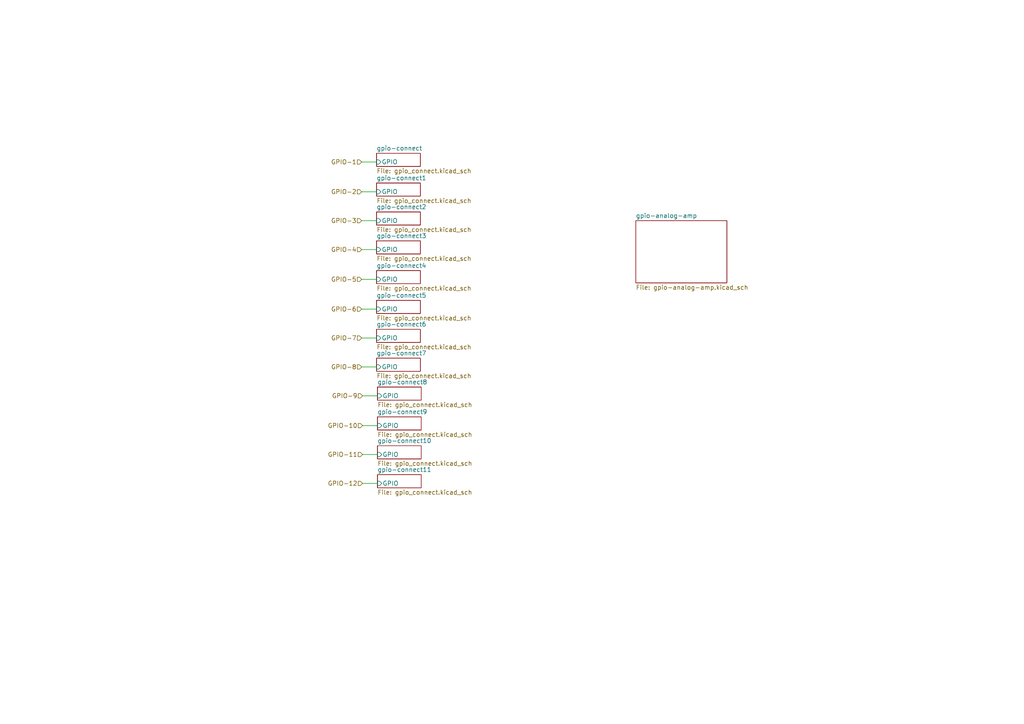
<source format=kicad_sch>
(kicad_sch
	(version 20231120)
	(generator "eeschema")
	(generator_version "8.0")
	(uuid "55a2d832-5b81-4817-8367-93eb1b7af200")
	(paper "A4")
	(lib_symbols)
	(wire
		(pts
			(xy 109.22 46.99) (xy 104.902 46.99)
		)
		(stroke
			(width 0)
			(type default)
		)
		(uuid "04b2658c-e9c4-49ed-9bd2-a17e75123f5f")
	)
	(wire
		(pts
			(xy 109.22 98.044) (xy 104.902 98.044)
		)
		(stroke
			(width 0)
			(type default)
		)
		(uuid "21ac5cfe-f1bd-4703-bf87-a06478290073")
	)
	(wire
		(pts
			(xy 109.22 72.39) (xy 104.902 72.39)
		)
		(stroke
			(width 0)
			(type default)
		)
		(uuid "2c862953-50db-4ff2-a1cd-305b3eeee321")
	)
	(wire
		(pts
			(xy 109.22 89.662) (xy 104.902 89.662)
		)
		(stroke
			(width 0)
			(type default)
		)
		(uuid "367f76d4-d8c6-4948-8327-a90b7fd1e49f")
	)
	(wire
		(pts
			(xy 109.474 114.808) (xy 105.156 114.808)
		)
		(stroke
			(width 0)
			(type default)
		)
		(uuid "47b06063-576e-49c2-880b-57ffc039270f")
	)
	(wire
		(pts
			(xy 109.22 81.026) (xy 104.902 81.026)
		)
		(stroke
			(width 0)
			(type default)
		)
		(uuid "7f55e2f6-a1da-4b09-8325-07b72e862192")
	)
	(wire
		(pts
			(xy 109.22 64.008) (xy 104.902 64.008)
		)
		(stroke
			(width 0)
			(type default)
		)
		(uuid "82f737fb-05cb-4060-804b-88ce9b160e2b")
	)
	(wire
		(pts
			(xy 109.22 106.426) (xy 104.902 106.426)
		)
		(stroke
			(width 0)
			(type default)
		)
		(uuid "c6c43f6d-b058-46bb-ab2f-1a8cd418f268")
	)
	(wire
		(pts
			(xy 109.474 140.208) (xy 105.156 140.208)
		)
		(stroke
			(width 0)
			(type default)
		)
		(uuid "cdc5922b-cad3-4676-b555-4e9568f70982")
	)
	(wire
		(pts
			(xy 109.22 55.626) (xy 104.902 55.626)
		)
		(stroke
			(width 0)
			(type default)
		)
		(uuid "d6ad0153-a12a-4717-90e6-fe789177f680")
	)
	(wire
		(pts
			(xy 109.474 123.444) (xy 105.156 123.444)
		)
		(stroke
			(width 0)
			(type default)
		)
		(uuid "dee35e0f-f170-455c-987c-e367de946f13")
	)
	(wire
		(pts
			(xy 109.474 131.826) (xy 105.156 131.826)
		)
		(stroke
			(width 0)
			(type default)
		)
		(uuid "e31b7a9e-75e4-4baf-94d3-b516eaeabae9")
	)
	(hierarchical_label "GPIO-5"
		(shape input)
		(at 104.902 81.026 180)
		(fields_autoplaced yes)
		(effects
			(font
				(size 1.27 1.27)
			)
			(justify right)
		)
		(uuid "37c51a2d-e75f-4834-9813-034679c6acab")
	)
	(hierarchical_label "GPIO-10"
		(shape input)
		(at 105.156 123.444 180)
		(fields_autoplaced yes)
		(effects
			(font
				(size 1.27 1.27)
			)
			(justify right)
		)
		(uuid "40d5ef41-7055-46b8-9c38-7f193a803ef8")
	)
	(hierarchical_label "GPIO-11"
		(shape input)
		(at 105.156 131.826 180)
		(fields_autoplaced yes)
		(effects
			(font
				(size 1.27 1.27)
			)
			(justify right)
		)
		(uuid "51fc2dd7-717f-4fd0-9302-6d8d5ce6fd93")
	)
	(hierarchical_label "GPIO-9"
		(shape input)
		(at 105.156 114.808 180)
		(fields_autoplaced yes)
		(effects
			(font
				(size 1.27 1.27)
			)
			(justify right)
		)
		(uuid "55622502-1af3-47bd-9a1d-e0139d7c80b9")
	)
	(hierarchical_label "GPIO-4"
		(shape input)
		(at 104.902 72.39 180)
		(fields_autoplaced yes)
		(effects
			(font
				(size 1.27 1.27)
			)
			(justify right)
		)
		(uuid "67bd94a3-8b75-4bf9-a562-6d0d7ef388ae")
	)
	(hierarchical_label "GPIO-6"
		(shape input)
		(at 104.902 89.662 180)
		(fields_autoplaced yes)
		(effects
			(font
				(size 1.27 1.27)
			)
			(justify right)
		)
		(uuid "6a123cee-3ba0-49bb-b4df-31efd4dc1b9f")
	)
	(hierarchical_label "GPIO-1"
		(shape input)
		(at 104.902 46.99 180)
		(fields_autoplaced yes)
		(effects
			(font
				(size 1.27 1.27)
			)
			(justify right)
		)
		(uuid "87e06dec-33e6-4fcb-a798-7f20c7b4cc41")
	)
	(hierarchical_label "GPIO-8"
		(shape input)
		(at 104.902 106.426 180)
		(fields_autoplaced yes)
		(effects
			(font
				(size 1.27 1.27)
			)
			(justify right)
		)
		(uuid "9d78f0f8-d0a8-49b9-ba4c-d51799794c57")
	)
	(hierarchical_label "GPIO-7"
		(shape input)
		(at 104.902 98.044 180)
		(fields_autoplaced yes)
		(effects
			(font
				(size 1.27 1.27)
			)
			(justify right)
		)
		(uuid "9f6e1d27-0e65-471e-9256-4918581813a2")
	)
	(hierarchical_label "GPIO-12"
		(shape input)
		(at 105.156 140.208 180)
		(fields_autoplaced yes)
		(effects
			(font
				(size 1.27 1.27)
			)
			(justify right)
		)
		(uuid "ae6ec05a-71fa-4c05-8f13-2a078672d8a8")
	)
	(hierarchical_label "GPIO-3"
		(shape input)
		(at 104.902 64.008 180)
		(fields_autoplaced yes)
		(effects
			(font
				(size 1.27 1.27)
			)
			(justify right)
		)
		(uuid "da1eb28c-bc55-4e5f-b899-83d1261e060a")
	)
	(hierarchical_label "GPIO-2"
		(shape input)
		(at 104.902 55.626 180)
		(fields_autoplaced yes)
		(effects
			(font
				(size 1.27 1.27)
			)
			(justify right)
		)
		(uuid "e5369250-85a2-4b85-a4dc-6c88174c45ac")
	)
	(sheet
		(at 109.22 103.886)
		(size 12.7 3.81)
		(fields_autoplaced yes)
		(stroke
			(width 0.1524)
			(type solid)
		)
		(fill
			(color 0 0 0 0.0000)
		)
		(uuid "0470eb99-f78d-44c4-a3af-99363b0edda3")
		(property "Sheetname" "gpio-connect7"
			(at 109.22 103.1744 0)
			(effects
				(font
					(size 1.27 1.27)
				)
				(justify left bottom)
			)
		)
		(property "Sheetfile" "gpio_connect.kicad_sch"
			(at 109.22 108.2806 0)
			(effects
				(font
					(size 1.27 1.27)
				)
				(justify left top)
			)
		)
		(pin "GPIO" input
			(at 109.22 106.426 180)
			(effects
				(font
					(size 1.27 1.27)
				)
				(justify left)
			)
			(uuid "b7435d07-5223-48fa-84ff-a6d3c3609901")
		)
		(instances
			(project "data_logger"
				(path "/9bc93932-ff5f-4f35-96cf-dfa5f042acb6/9b7d6bd0-4bb6-4940-8a64-141003fad1a5"
					(page "17")
				)
			)
		)
	)
	(sheet
		(at 109.22 87.122)
		(size 12.7 3.81)
		(fields_autoplaced yes)
		(stroke
			(width 0.1524)
			(type solid)
		)
		(fill
			(color 0 0 0 0.0000)
		)
		(uuid "0c5dcce1-13d1-4e1b-9c68-2f6b32acedff")
		(property "Sheetname" "gpio-connect5"
			(at 109.22 86.4104 0)
			(effects
				(font
					(size 1.27 1.27)
				)
				(justify left bottom)
			)
		)
		(property "Sheetfile" "gpio_connect.kicad_sch"
			(at 109.22 91.5166 0)
			(effects
				(font
					(size 1.27 1.27)
				)
				(justify left top)
			)
		)
		(pin "GPIO" input
			(at 109.22 89.662 180)
			(effects
				(font
					(size 1.27 1.27)
				)
				(justify left)
			)
			(uuid "291ec006-53fa-4963-b116-6ae5bca59258")
		)
		(instances
			(project "data_logger"
				(path "/9bc93932-ff5f-4f35-96cf-dfa5f042acb6/9b7d6bd0-4bb6-4940-8a64-141003fad1a5"
					(page "15")
				)
			)
		)
	)
	(sheet
		(at 109.474 129.286)
		(size 12.7 3.81)
		(fields_autoplaced yes)
		(stroke
			(width 0.1524)
			(type solid)
		)
		(fill
			(color 0 0 0 0.0000)
		)
		(uuid "1573bd79-5555-47e0-9be6-230c66db34fe")
		(property "Sheetname" "gpio-connect10"
			(at 109.474 128.5744 0)
			(effects
				(font
					(size 1.27 1.27)
				)
				(justify left bottom)
			)
		)
		(property "Sheetfile" "gpio_connect.kicad_sch"
			(at 109.474 133.6806 0)
			(effects
				(font
					(size 1.27 1.27)
				)
				(justify left top)
			)
		)
		(pin "GPIO" input
			(at 109.474 131.826 180)
			(effects
				(font
					(size 1.27 1.27)
				)
				(justify left)
			)
			(uuid "a353fb69-983e-4034-ba0a-afacf3b3ea0e")
		)
		(instances
			(project "data_logger"
				(path "/9bc93932-ff5f-4f35-96cf-dfa5f042acb6/9b7d6bd0-4bb6-4940-8a64-141003fad1a5"
					(page "20")
				)
			)
		)
	)
	(sheet
		(at 184.404 64.008)
		(size 26.416 18.034)
		(fields_autoplaced yes)
		(stroke
			(width 0.1524)
			(type solid)
		)
		(fill
			(color 0 0 0 0.0000)
		)
		(uuid "18781abb-79f1-4f5b-b807-9b2a1d084f50")
		(property "Sheetname" "gpio-analog-amp"
			(at 184.404 63.2964 0)
			(effects
				(font
					(size 1.27 1.27)
				)
				(justify left bottom)
			)
		)
		(property "Sheetfile" "gpio-analog-amp.kicad_sch"
			(at 184.404 82.6266 0)
			(effects
				(font
					(size 1.27 1.27)
				)
				(justify left top)
			)
		)
		(instances
			(project "data_logger"
				(path "/9bc93932-ff5f-4f35-96cf-dfa5f042acb6/9b7d6bd0-4bb6-4940-8a64-141003fad1a5"
					(page "23")
				)
			)
		)
	)
	(sheet
		(at 109.22 78.486)
		(size 12.7 3.81)
		(fields_autoplaced yes)
		(stroke
			(width 0.1524)
			(type solid)
		)
		(fill
			(color 0 0 0 0.0000)
		)
		(uuid "3dfdb84b-6dc4-4886-b30a-e6a3b5c62138")
		(property "Sheetname" "gpio-connect4"
			(at 109.22 77.7744 0)
			(effects
				(font
					(size 1.27 1.27)
				)
				(justify left bottom)
			)
		)
		(property "Sheetfile" "gpio_connect.kicad_sch"
			(at 109.22 82.8806 0)
			(effects
				(font
					(size 1.27 1.27)
				)
				(justify left top)
			)
		)
		(pin "GPIO" input
			(at 109.22 81.026 180)
			(effects
				(font
					(size 1.27 1.27)
				)
				(justify left)
			)
			(uuid "e67b9e99-f0cb-4e48-9d5f-8fbe35a273c3")
		)
		(instances
			(project "data_logger"
				(path "/9bc93932-ff5f-4f35-96cf-dfa5f042acb6/9b7d6bd0-4bb6-4940-8a64-141003fad1a5"
					(page "14")
				)
			)
		)
	)
	(sheet
		(at 109.22 53.086)
		(size 12.7 3.81)
		(fields_autoplaced yes)
		(stroke
			(width 0.1524)
			(type solid)
		)
		(fill
			(color 0 0 0 0.0000)
		)
		(uuid "47c75381-6904-4ea2-8134-7aeca0045b3c")
		(property "Sheetname" "gpio-connect1"
			(at 109.22 52.3744 0)
			(effects
				(font
					(size 1.27 1.27)
				)
				(justify left bottom)
			)
		)
		(property "Sheetfile" "gpio_connect.kicad_sch"
			(at 109.22 57.4806 0)
			(effects
				(font
					(size 1.27 1.27)
				)
				(justify left top)
			)
		)
		(pin "GPIO" input
			(at 109.22 55.626 180)
			(effects
				(font
					(size 1.27 1.27)
				)
				(justify left)
			)
			(uuid "b0496aba-a5fc-42b6-8169-5e7e72e182d1")
		)
		(instances
			(project "data_logger"
				(path "/9bc93932-ff5f-4f35-96cf-dfa5f042acb6/9b7d6bd0-4bb6-4940-8a64-141003fad1a5"
					(page "7")
				)
			)
		)
	)
	(sheet
		(at 109.22 61.468)
		(size 12.7 3.81)
		(fields_autoplaced yes)
		(stroke
			(width 0.1524)
			(type solid)
		)
		(fill
			(color 0 0 0 0.0000)
		)
		(uuid "4d09fb69-4b72-4ed7-a3f3-711309dddb0f")
		(property "Sheetname" "gpio-connect2"
			(at 109.22 60.7564 0)
			(effects
				(font
					(size 1.27 1.27)
				)
				(justify left bottom)
			)
		)
		(property "Sheetfile" "gpio_connect.kicad_sch"
			(at 109.22 65.8626 0)
			(effects
				(font
					(size 1.27 1.27)
				)
				(justify left top)
			)
		)
		(pin "GPIO" input
			(at 109.22 64.008 180)
			(effects
				(font
					(size 1.27 1.27)
				)
				(justify left)
			)
			(uuid "b0d6b212-cac3-466c-8e46-55b3e9f1438c")
		)
		(instances
			(project "data_logger"
				(path "/9bc93932-ff5f-4f35-96cf-dfa5f042acb6/9b7d6bd0-4bb6-4940-8a64-141003fad1a5"
					(page "12")
				)
			)
		)
	)
	(sheet
		(at 109.22 69.85)
		(size 12.7 3.81)
		(fields_autoplaced yes)
		(stroke
			(width 0.1524)
			(type solid)
		)
		(fill
			(color 0 0 0 0.0000)
		)
		(uuid "639113aa-1472-4abf-9c91-4d574f3fab19")
		(property "Sheetname" "gpio-connect3"
			(at 109.22 69.1384 0)
			(effects
				(font
					(size 1.27 1.27)
				)
				(justify left bottom)
			)
		)
		(property "Sheetfile" "gpio_connect.kicad_sch"
			(at 109.22 74.2446 0)
			(effects
				(font
					(size 1.27 1.27)
				)
				(justify left top)
			)
		)
		(pin "GPIO" input
			(at 109.22 72.39 180)
			(effects
				(font
					(size 1.27 1.27)
				)
				(justify left)
			)
			(uuid "61721132-ff26-45ab-8fe4-4ab342a56b31")
		)
		(instances
			(project "data_logger"
				(path "/9bc93932-ff5f-4f35-96cf-dfa5f042acb6/9b7d6bd0-4bb6-4940-8a64-141003fad1a5"
					(page "13")
				)
			)
		)
	)
	(sheet
		(at 109.22 44.45)
		(size 12.7 3.81)
		(fields_autoplaced yes)
		(stroke
			(width 0.1524)
			(type solid)
		)
		(fill
			(color 0 0 0 0.0000)
		)
		(uuid "7f98d1f5-c6ef-4a79-af34-d0094fbfede7")
		(property "Sheetname" "gpio-connect"
			(at 109.22 43.7384 0)
			(effects
				(font
					(size 1.27 1.27)
				)
				(justify left bottom)
			)
		)
		(property "Sheetfile" "gpio_connect.kicad_sch"
			(at 109.22 48.8446 0)
			(effects
				(font
					(size 1.27 1.27)
				)
				(justify left top)
			)
		)
		(pin "GPIO" input
			(at 109.22 46.99 180)
			(effects
				(font
					(size 1.27 1.27)
				)
				(justify left)
			)
			(uuid "208af5f7-87e8-4b81-a291-9e4ac7822069")
		)
		(instances
			(project "data_logger"
				(path "/9bc93932-ff5f-4f35-96cf-dfa5f042acb6/9b7d6bd0-4bb6-4940-8a64-141003fad1a5"
					(page "11")
				)
			)
		)
	)
	(sheet
		(at 109.474 120.904)
		(size 12.7 3.81)
		(fields_autoplaced yes)
		(stroke
			(width 0.1524)
			(type solid)
		)
		(fill
			(color 0 0 0 0.0000)
		)
		(uuid "be31b087-47b4-4ad2-a2b9-23f161545263")
		(property "Sheetname" "gpio-connect9"
			(at 109.474 120.1924 0)
			(effects
				(font
					(size 1.27 1.27)
				)
				(justify left bottom)
			)
		)
		(property "Sheetfile" "gpio_connect.kicad_sch"
			(at 109.474 125.2986 0)
			(effects
				(font
					(size 1.27 1.27)
				)
				(justify left top)
			)
		)
		(pin "GPIO" input
			(at 109.474 123.444 180)
			(effects
				(font
					(size 1.27 1.27)
				)
				(justify left)
			)
			(uuid "32f02feb-8de6-4dcf-9fb5-14d12b8eb317")
		)
		(instances
			(project "data_logger"
				(path "/9bc93932-ff5f-4f35-96cf-dfa5f042acb6/9b7d6bd0-4bb6-4940-8a64-141003fad1a5"
					(page "19")
				)
			)
		)
	)
	(sheet
		(at 109.22 95.504)
		(size 12.7 3.81)
		(fields_autoplaced yes)
		(stroke
			(width 0.1524)
			(type solid)
		)
		(fill
			(color 0 0 0 0.0000)
		)
		(uuid "cfe6500c-6446-4e0c-9c7c-b4d8ba2ff85d")
		(property "Sheetname" "gpio-connect6"
			(at 109.22 94.7924 0)
			(effects
				(font
					(size 1.27 1.27)
				)
				(justify left bottom)
			)
		)
		(property "Sheetfile" "gpio_connect.kicad_sch"
			(at 109.22 99.8986 0)
			(effects
				(font
					(size 1.27 1.27)
				)
				(justify left top)
			)
		)
		(pin "GPIO" input
			(at 109.22 98.044 180)
			(effects
				(font
					(size 1.27 1.27)
				)
				(justify left)
			)
			(uuid "0812255b-4f5b-46af-a6e1-0cc4252a8494")
		)
		(instances
			(project "data_logger"
				(path "/9bc93932-ff5f-4f35-96cf-dfa5f042acb6/9b7d6bd0-4bb6-4940-8a64-141003fad1a5"
					(page "16")
				)
			)
		)
	)
	(sheet
		(at 109.474 137.668)
		(size 12.7 3.81)
		(fields_autoplaced yes)
		(stroke
			(width 0.1524)
			(type solid)
		)
		(fill
			(color 0 0 0 0.0000)
		)
		(uuid "e0544286-5dcd-4a15-8ddf-58de9907b2c3")
		(property "Sheetname" "gpio-connect11"
			(at 109.474 136.9564 0)
			(effects
				(font
					(size 1.27 1.27)
				)
				(justify left bottom)
			)
		)
		(property "Sheetfile" "gpio_connect.kicad_sch"
			(at 109.474 142.0626 0)
			(effects
				(font
					(size 1.27 1.27)
				)
				(justify left top)
			)
		)
		(pin "GPIO" input
			(at 109.474 140.208 180)
			(effects
				(font
					(size 1.27 1.27)
				)
				(justify left)
			)
			(uuid "a1382c20-33cf-490f-8812-5a62108f26d8")
		)
		(instances
			(project "data_logger"
				(path "/9bc93932-ff5f-4f35-96cf-dfa5f042acb6/9b7d6bd0-4bb6-4940-8a64-141003fad1a5"
					(page "21")
				)
			)
		)
	)
	(sheet
		(at 109.474 112.268)
		(size 12.7 3.81)
		(fields_autoplaced yes)
		(stroke
			(width 0.1524)
			(type solid)
		)
		(fill
			(color 0 0 0 0.0000)
		)
		(uuid "e70e9812-fa5c-4a04-b54f-6d2f06f4c0bc")
		(property "Sheetname" "gpio-connect8"
			(at 109.474 111.5564 0)
			(effects
				(font
					(size 1.27 1.27)
				)
				(justify left bottom)
			)
		)
		(property "Sheetfile" "gpio_connect.kicad_sch"
			(at 109.474 116.6626 0)
			(effects
				(font
					(size 1.27 1.27)
				)
				(justify left top)
			)
		)
		(pin "GPIO" input
			(at 109.474 114.808 180)
			(effects
				(font
					(size 1.27 1.27)
				)
				(justify left)
			)
			(uuid "5ca64c9e-0e9e-4292-ab74-44c19fc98bd9")
		)
		(instances
			(project "data_logger"
				(path "/9bc93932-ff5f-4f35-96cf-dfa5f042acb6/9b7d6bd0-4bb6-4940-8a64-141003fad1a5"
					(page "18")
				)
			)
		)
	)
)
</source>
